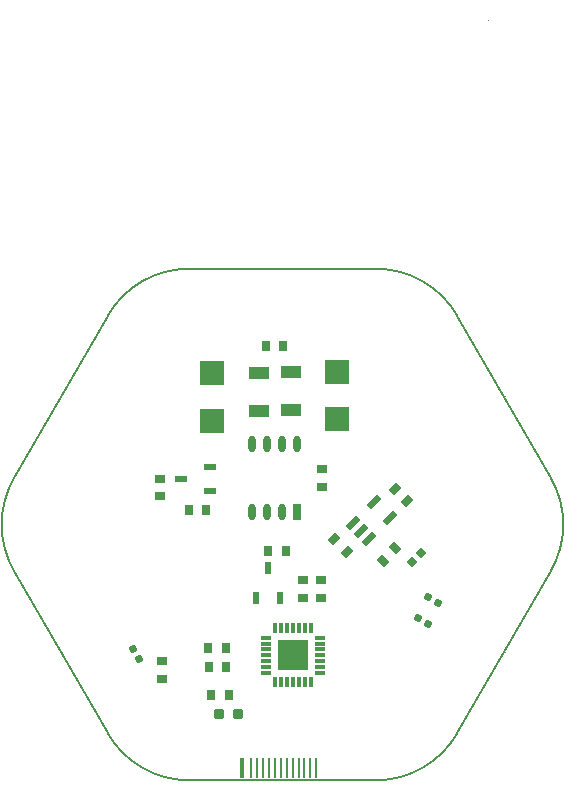
<source format=gbp>
%FSLAX25Y25*%
%MOIN*%
G70*
G01*
G75*
G04 Layer_Color=128*
%ADD10R,0.05906X0.05906*%
%ADD11R,0.03347X0.02756*%
G04:AMPARAMS|DCode=12|XSize=62.99mil|YSize=17.72mil|CornerRadius=0mil|HoleSize=0mil|Usage=FLASHONLY|Rotation=210.000|XOffset=0mil|YOffset=0mil|HoleType=Round|Shape=Rectangle|*
%AMROTATEDRECTD12*
4,1,4,0.02285,0.02342,0.03171,0.00808,-0.02285,-0.02342,-0.03171,-0.00808,0.02285,0.02342,0.0*
%
%ADD12ROTATEDRECTD12*%

G04:AMPARAMS|DCode=13|XSize=86.61mil|YSize=47.24mil|CornerRadius=0mil|HoleSize=0mil|Usage=FLASHONLY|Rotation=300.000|XOffset=0mil|YOffset=0mil|HoleType=Round|Shape=Rectangle|*
%AMROTATEDRECTD13*
4,1,4,-0.04211,0.02569,-0.00120,0.04932,0.04211,-0.02569,0.00120,-0.04932,-0.04211,0.02569,0.0*
%
%ADD13ROTATEDRECTD13*%

G04:AMPARAMS|DCode=14|XSize=157.48mil|YSize=78.74mil|CornerRadius=0mil|HoleSize=0mil|Usage=FLASHONLY|Rotation=30.000|XOffset=0mil|YOffset=0mil|HoleType=Round|Shape=Rectangle|*
%AMROTATEDRECTD14*
4,1,4,-0.04851,-0.07347,-0.08788,-0.00528,0.04851,0.07347,0.08788,0.00528,-0.04851,-0.07347,0.0*
%
%ADD14ROTATEDRECTD14*%

%ADD15R,0.02756X0.03347*%
G04:AMPARAMS|DCode=16|XSize=102.36mil|YSize=17.72mil|CornerRadius=0mil|HoleSize=0mil|Usage=FLASHONLY|Rotation=330.000|XOffset=0mil|YOffset=0mil|HoleType=Round|Shape=Rectangle|*
%AMROTATEDRECTD16*
4,1,4,-0.04875,0.01792,-0.03990,0.03326,0.04875,-0.01792,0.03990,-0.03326,-0.04875,0.01792,0.0*
%
%ADD16ROTATEDRECTD16*%

%ADD17R,0.00984X0.07087*%
%ADD18R,0.00984X0.07087*%
%ADD19R,0.01772X0.07087*%
%ADD20C,0.03000*%
%ADD21C,0.02000*%
%ADD22C,0.01000*%
%ADD23C,0.00800*%
%ADD24C,0.00600*%
%ADD25C,0.00250*%
%ADD26C,0.00500*%
%ADD27O,0.07874X0.11811*%
%ADD28R,0.07874X0.11811*%
%ADD29C,0.02953*%
%ADD30P,0.08352X4X165.0*%
%ADD31C,0.05906*%
G04:AMPARAMS|DCode=32|XSize=157.48mil|YSize=78.74mil|CornerRadius=0mil|HoleSize=0mil|Usage=FLASHONLY|Rotation=210.000|XOffset=0mil|YOffset=0mil|HoleType=Round|Shape=Round|*
%AMOVALD32*
21,1,0.07874,0.07874,0.00000,0.00000,210.0*
1,1,0.07874,0.03410,0.01969*
1,1,0.07874,-0.03410,-0.01969*
%
%ADD32OVALD32*%

%ADD33C,0.04331*%
G04:AMPARAMS|DCode=34|XSize=150mil|YSize=60mil|CornerRadius=0mil|HoleSize=0mil|Usage=FLASHONLY|Rotation=150.000|XOffset=0mil|YOffset=0mil|HoleType=Round|Shape=Round|*
%AMOVALD34*
21,1,0.09000,0.06000,0.00000,0.00000,150.0*
1,1,0.06000,0.03897,-0.02250*
1,1,0.06000,-0.03897,0.02250*
%
%ADD34OVALD34*%

G04:AMPARAMS|DCode=35|XSize=86.61mil|YSize=62.99mil|CornerRadius=0mil|HoleSize=0mil|Usage=FLASHONLY|Rotation=150.000|XOffset=0mil|YOffset=0mil|HoleType=Round|Shape=Round|*
%AMOVALD35*
21,1,0.02362,0.06299,0.00000,0.00000,150.0*
1,1,0.06299,0.01023,-0.00591*
1,1,0.06299,-0.01023,0.00591*
%
%ADD35OVALD35*%

%ADD36C,0.03543*%
G04:AMPARAMS|DCode=37|XSize=74.8mil|YSize=39.37mil|CornerRadius=0mil|HoleSize=0mil|Usage=FLASHONLY|Rotation=330.000|XOffset=0mil|YOffset=0mil|HoleType=Round|Shape=Round|*
%AMOVALD37*
21,1,0.03543,0.03937,0.00000,0.00000,330.0*
1,1,0.03937,-0.01534,0.00886*
1,1,0.03937,0.01534,-0.00886*
%
%ADD37OVALD37*%

%ADD38C,0.02000*%
%ADD39C,0.03000*%
%ADD40C,0.00100*%
%ADD41P,0.03341X4X345.0*%
%ADD42P,0.03341X4X195.0*%
%ADD43P,0.03341X4X270.0*%
G04:AMPARAMS|DCode=44|XSize=27.56mil|YSize=33.47mil|CornerRadius=0mil|HoleSize=0mil|Usage=FLASHONLY|Rotation=45.000|XOffset=0mil|YOffset=0mil|HoleType=Round|Shape=Rectangle|*
%AMROTATEDRECTD44*
4,1,4,0.00209,-0.02158,-0.02158,0.00209,-0.00209,0.02158,0.02158,-0.00209,0.00209,-0.02158,0.0*
%
%ADD44ROTATEDRECTD44*%

G04:AMPARAMS|DCode=45|XSize=27.56mil|YSize=33.47mil|CornerRadius=0mil|HoleSize=0mil|Usage=FLASHONLY|Rotation=315.000|XOffset=0mil|YOffset=0mil|HoleType=Round|Shape=Rectangle|*
%AMROTATEDRECTD45*
4,1,4,-0.02158,-0.00209,0.00209,0.02158,0.02158,0.00209,-0.00209,-0.02158,-0.02158,-0.00209,0.0*
%
%ADD45ROTATEDRECTD45*%

%ADD46R,0.02362X0.03937*%
%ADD47R,0.03937X0.02362*%
%ADD48R,0.07087X0.03937*%
%ADD49R,0.07874X0.07874*%
%ADD50O,0.02500X0.05500*%
%ADD51R,0.02500X0.05500*%
%ADD52R,0.01200X0.03400*%
%ADD53R,0.03400X0.01200*%
%ADD54R,0.10236X0.10236*%
G04:AMPARAMS|DCode=55|XSize=31.5mil|YSize=31.5mil|CornerRadius=3.15mil|HoleSize=0mil|Usage=FLASHONLY|Rotation=180.000|XOffset=0mil|YOffset=0mil|HoleType=Round|Shape=RoundedRectangle|*
%AMROUNDEDRECTD55*
21,1,0.03150,0.02520,0,0,180.0*
21,1,0.02520,0.03150,0,0,180.0*
1,1,0.00630,-0.01260,0.01260*
1,1,0.00630,0.01260,0.01260*
1,1,0.00630,0.01260,-0.01260*
1,1,0.00630,-0.01260,-0.01260*
%
%ADD55ROUNDEDRECTD55*%
G04:AMPARAMS|DCode=56|XSize=20mil|YSize=50mil|CornerRadius=0mil|HoleSize=0mil|Usage=FLASHONLY|Rotation=315.000|XOffset=0mil|YOffset=0mil|HoleType=Round|Shape=Rectangle|*
%AMROTATEDRECTD56*
4,1,4,-0.02475,-0.01061,0.01061,0.02475,0.02475,0.01061,-0.01061,-0.02475,-0.02475,-0.01061,0.0*
%
%ADD56ROTATEDRECTD56*%

%ADD57R,0.01772X0.07087*%
%ADD58C,0.04000*%
%ADD59C,0.01500*%
%ADD60C,0.00787*%
%ADD61C,0.00984*%
%ADD62C,0.02362*%
%ADD63R,0.06706X0.06706*%
%ADD64R,0.04147X0.03556*%
G04:AMPARAMS|DCode=65|XSize=70.99mil|YSize=25.72mil|CornerRadius=0mil|HoleSize=0mil|Usage=FLASHONLY|Rotation=210.000|XOffset=0mil|YOffset=0mil|HoleType=Round|Shape=Rectangle|*
%AMROTATEDRECTD65*
4,1,4,0.02431,0.02888,0.03717,0.00661,-0.02431,-0.02888,-0.03717,-0.00661,0.02431,0.02888,0.0*
%
%ADD65ROTATEDRECTD65*%

G04:AMPARAMS|DCode=66|XSize=94.61mil|YSize=55.24mil|CornerRadius=0mil|HoleSize=0mil|Usage=FLASHONLY|Rotation=300.000|XOffset=0mil|YOffset=0mil|HoleType=Round|Shape=Rectangle|*
%AMROTATEDRECTD66*
4,1,4,-0.04758,0.02716,0.00027,0.05478,0.04758,-0.02716,-0.00027,-0.05478,-0.04758,0.02716,0.0*
%
%ADD66ROTATEDRECTD66*%

G04:AMPARAMS|DCode=67|XSize=165.48mil|YSize=86.74mil|CornerRadius=0mil|HoleSize=0mil|Usage=FLASHONLY|Rotation=30.000|XOffset=0mil|YOffset=0mil|HoleType=Round|Shape=Rectangle|*
%AMROTATEDRECTD67*
4,1,4,-0.04997,-0.07893,-0.09334,-0.00381,0.04997,0.07893,0.09334,0.00381,-0.04997,-0.07893,0.0*
%
%ADD67ROTATEDRECTD67*%

%ADD68R,0.03556X0.04147*%
G04:AMPARAMS|DCode=69|XSize=110.36mil|YSize=25.72mil|CornerRadius=0mil|HoleSize=0mil|Usage=FLASHONLY|Rotation=330.000|XOffset=0mil|YOffset=0mil|HoleType=Round|Shape=Rectangle|*
%AMROTATEDRECTD69*
4,1,4,-0.05422,0.01646,-0.04136,0.03873,0.05422,-0.01646,0.04136,-0.03873,-0.05422,0.01646,0.0*
%
%ADD69ROTATEDRECTD69*%

%ADD70O,0.08674X0.12611*%
%ADD71R,0.08674X0.12611*%
%ADD72C,0.03753*%
%ADD73P,0.09483X4X165.0*%
%ADD74C,0.06706*%
G04:AMPARAMS|DCode=75|XSize=165.48mil|YSize=86.74mil|CornerRadius=0mil|HoleSize=0mil|Usage=FLASHONLY|Rotation=210.000|XOffset=0mil|YOffset=0mil|HoleType=Round|Shape=Round|*
%AMOVALD75*
21,1,0.07874,0.08674,0.00000,0.00000,210.0*
1,1,0.08674,0.03410,0.01969*
1,1,0.08674,-0.03410,-0.01969*
%
%ADD75OVALD75*%

%ADD76C,0.05131*%
G04:AMPARAMS|DCode=77|XSize=158mil|YSize=68mil|CornerRadius=0mil|HoleSize=0mil|Usage=FLASHONLY|Rotation=150.000|XOffset=0mil|YOffset=0mil|HoleType=Round|Shape=Round|*
%AMOVALD77*
21,1,0.09000,0.06800,0.00000,0.00000,150.0*
1,1,0.06800,0.03897,-0.02250*
1,1,0.06800,-0.03897,0.02250*
%
%ADD77OVALD77*%

G04:AMPARAMS|DCode=78|XSize=94.61mil|YSize=70.99mil|CornerRadius=0mil|HoleSize=0mil|Usage=FLASHONLY|Rotation=150.000|XOffset=0mil|YOffset=0mil|HoleType=Round|Shape=Round|*
%AMOVALD78*
21,1,0.02362,0.07099,0.00000,0.00000,150.0*
1,1,0.07099,0.01023,-0.00591*
1,1,0.07099,-0.01023,0.00591*
%
%ADD78OVALD78*%

%ADD79C,0.04343*%
G04:AMPARAMS|DCode=80|XSize=82.8mil|YSize=47.37mil|CornerRadius=0mil|HoleSize=0mil|Usage=FLASHONLY|Rotation=330.000|XOffset=0mil|YOffset=0mil|HoleType=Round|Shape=Round|*
%AMOVALD80*
21,1,0.03543,0.04737,0.00000,0.00000,330.0*
1,1,0.04737,-0.01534,0.00886*
1,1,0.04737,0.01534,-0.00886*
%
%ADD80OVALD80*%

%ADD81P,0.04472X4X345.0*%
%ADD82P,0.04472X4X195.0*%
%ADD83P,0.04472X4X270.0*%
G04:AMPARAMS|DCode=84|XSize=35.56mil|YSize=41.47mil|CornerRadius=0mil|HoleSize=0mil|Usage=FLASHONLY|Rotation=45.000|XOffset=0mil|YOffset=0mil|HoleType=Round|Shape=Rectangle|*
%AMROTATEDRECTD84*
4,1,4,0.00209,-0.02723,-0.02723,0.00209,-0.00209,0.02723,0.02723,-0.00209,0.00209,-0.02723,0.0*
%
%ADD84ROTATEDRECTD84*%

G04:AMPARAMS|DCode=85|XSize=35.56mil|YSize=41.47mil|CornerRadius=0mil|HoleSize=0mil|Usage=FLASHONLY|Rotation=315.000|XOffset=0mil|YOffset=0mil|HoleType=Round|Shape=Rectangle|*
%AMROTATEDRECTD85*
4,1,4,-0.02723,-0.00209,0.00209,0.02723,0.02723,0.00209,-0.00209,-0.02723,-0.02723,-0.00209,0.0*
%
%ADD85ROTATEDRECTD85*%

%ADD86R,0.03162X0.04737*%
%ADD87R,0.04737X0.03162*%
%ADD88R,0.07887X0.04737*%
%ADD89R,0.08674X0.08674*%
%ADD90O,0.03300X0.06300*%
%ADD91R,0.03300X0.06300*%
%ADD92R,0.02200X0.04400*%
%ADD93R,0.04400X0.02200*%
%ADD94R,0.11236X0.11236*%
G04:AMPARAMS|DCode=95|XSize=39.5mil|YSize=39.5mil|CornerRadius=3.95mil|HoleSize=0mil|Usage=FLASHONLY|Rotation=180.000|XOffset=0mil|YOffset=0mil|HoleType=Round|Shape=RoundedRectangle|*
%AMROUNDEDRECTD95*
21,1,0.03950,0.03160,0,0,180.0*
21,1,0.03160,0.03950,0,0,180.0*
1,1,0.00790,-0.01580,0.01580*
1,1,0.00790,0.01580,0.01580*
1,1,0.00790,0.01580,-0.01580*
1,1,0.00790,-0.01580,-0.01580*
%
%ADD95ROUNDEDRECTD95*%
G04:AMPARAMS|DCode=96|XSize=28mil|YSize=58mil|CornerRadius=0mil|HoleSize=0mil|Usage=FLASHONLY|Rotation=315.000|XOffset=0mil|YOffset=0mil|HoleType=Round|Shape=Rectangle|*
%AMROTATEDRECTD96*
4,1,4,-0.03041,-0.01061,0.01061,0.03041,0.03041,0.01061,-0.01061,-0.03041,-0.03041,-0.01061,0.0*
%
%ADD96ROTATEDRECTD96*%

D11*
X419100Y241394D02*
D03*
Y247300D02*
D03*
X466100Y274205D02*
D03*
X466100Y268300D02*
D03*
X418500Y308005D02*
D03*
Y302100D02*
D03*
X472500Y311206D02*
D03*
Y305300D02*
D03*
X472000Y274205D02*
D03*
Y268300D02*
D03*
D15*
X441330Y235765D02*
D03*
X435425D02*
D03*
X459606Y352300D02*
D03*
X453700D02*
D03*
X434500Y251700D02*
D03*
X440406D02*
D03*
X434700Y245200D02*
D03*
X440605D02*
D03*
X460405Y284000D02*
D03*
X454500D02*
D03*
X433906Y297600D02*
D03*
X428000D02*
D03*
D18*
X470553Y211500D02*
D03*
X468585D02*
D03*
X466616D02*
D03*
X464648D02*
D03*
X462679D02*
D03*
X460711D02*
D03*
X458743D02*
D03*
X456774D02*
D03*
X454806D02*
D03*
X452837D02*
D03*
X450869D02*
D03*
X448900D02*
D03*
D25*
X421800Y289922D02*
G03*
X421800Y289922I-125J0D01*
G01*
X386019Y250119D02*
G03*
X386019Y250119I-125J0D01*
G01*
X459838Y207500D02*
G03*
X459838Y207500I-125J0D01*
G01*
X533657Y250119D02*
G03*
X533657Y250119I-125J0D01*
G01*
Y335358D02*
G03*
X533657Y335358I-125J0D01*
G01*
X459838Y377977D02*
G03*
X459838Y377977I-125J0D01*
G01*
X527987Y460898D02*
G03*
X527987Y460898I-125J0D01*
G01*
X459425Y377977D02*
G03*
X459425Y377977I-125J0D01*
G01*
X533244Y335358D02*
G03*
X533244Y335358I-125J0D01*
G01*
Y250119D02*
G03*
X533244Y250119I-125J0D01*
G01*
X459425Y207500D02*
G03*
X459425Y207500I-125J0D01*
G01*
X385606Y250119D02*
G03*
X385606Y250119I-125J0D01*
G01*
Y335358D02*
G03*
X385606Y335358I-125J0D01*
G01*
D26*
X517519Y362378D02*
G03*
X490499Y377977I-27020J-15600D01*
G01*
X548718Y277139D02*
G03*
X548718Y308338I-27020J15600D01*
G01*
X490499Y207500D02*
G03*
X517519Y223100I0J31200D01*
G01*
X401080Y223100D02*
G03*
X428100Y207500I27020J15600D01*
G01*
X369881Y308338D02*
G03*
X369881Y277139I27020J-15600D01*
G01*
X428100Y377977D02*
G03*
X401080Y362378I0J-31200D01*
G01*
X428100Y377977D02*
X490499D01*
X517519Y362378D02*
X548718Y308338D01*
X517519Y223100D02*
X548718Y277139D01*
X428100Y207500D02*
X490499D01*
X369881Y277139D02*
X401080Y223100D01*
X369881Y308338D02*
X401080Y362378D01*
D41*
X409600Y251300D02*
D03*
X411568Y247890D02*
D03*
D42*
X507800Y259700D02*
D03*
X504390Y261668D02*
D03*
X511200Y266600D02*
D03*
X507791Y268568D02*
D03*
D43*
X505400Y283100D02*
D03*
X502616Y280316D02*
D03*
D44*
X496976Y284876D02*
D03*
X492800Y280700D02*
D03*
D45*
X476531Y287810D02*
D03*
X480707Y283634D02*
D03*
X496800Y304700D02*
D03*
X500976Y300524D02*
D03*
D46*
X450526Y268300D02*
D03*
X454463Y278142D02*
D03*
X458400Y268300D02*
D03*
D47*
X435300Y304026D02*
D03*
X425457Y307963D02*
D03*
X435300Y311900D02*
D03*
D48*
X451500Y343400D02*
D03*
Y330605D02*
D03*
X462000Y343600D02*
D03*
Y330805D02*
D03*
D49*
X477400Y327800D02*
D03*
X477400Y343548D02*
D03*
X435800Y327400D02*
D03*
Y343148D02*
D03*
D50*
X459200Y297000D02*
D03*
X459200Y319638D02*
D03*
X449200Y297000D02*
D03*
X454200D02*
D03*
X449200Y319638D02*
D03*
X464200D02*
D03*
X454200D02*
D03*
D51*
X464200Y297000D02*
D03*
D52*
X468772Y240171D02*
D03*
X466804Y240171D02*
D03*
X464836Y240171D02*
D03*
X462867Y240171D02*
D03*
X460898D02*
D03*
X458930Y240171D02*
D03*
X456961Y240171D02*
D03*
Y258071D02*
D03*
X458930Y258071D02*
D03*
X460898Y258071D02*
D03*
X462867Y258071D02*
D03*
X464835Y258071D02*
D03*
X466804Y258071D02*
D03*
X468772Y258071D02*
D03*
D53*
X453917Y243216D02*
D03*
X453917Y245184D02*
D03*
X453917Y247153D02*
D03*
X453917Y249121D02*
D03*
X453917Y251090D02*
D03*
X453917Y253058D02*
D03*
X453917Y255027D02*
D03*
X471817Y255027D02*
D03*
X471817Y253058D02*
D03*
X471817Y251090D02*
D03*
X471817Y249121D02*
D03*
X471817Y247153D02*
D03*
X471817Y245184D02*
D03*
X471817Y243216D02*
D03*
D54*
X462867Y249121D02*
D03*
D55*
X444443Y229565D02*
D03*
X438206D02*
D03*
D56*
X488000Y287900D02*
D03*
X482711Y293189D02*
D03*
X485355Y290545D02*
D03*
X495071Y294971D02*
D03*
X489782Y300260D02*
D03*
D57*
X445947Y211500D02*
D03*
M02*

</source>
